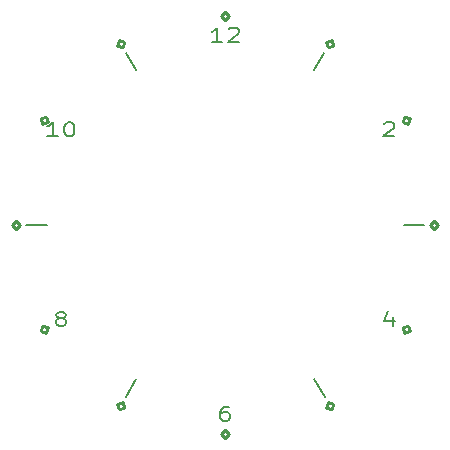
<source format=gbr>
%TF.GenerationSoftware,KiCad,Pcbnew,6.0.7-1.fc35*%
%TF.CreationDate,2022-12-05T16:38:58+01:00*%
%TF.ProjectId,Ring,52696e67-2e6b-4696-9361-645f70636258,rev?*%
%TF.SameCoordinates,Original*%
%TF.FileFunction,Paste,Top*%
%TF.FilePolarity,Positive*%
%FSLAX46Y46*%
G04 Gerber Fmt 4.6, Leading zero omitted, Abs format (unit mm)*
G04 Created by KiCad (PCBNEW 6.0.7-1.fc35) date 2022-12-05 16:38:58*
%MOMM*%
%LPD*%
G01*
G04 APERTURE LIST*
%ADD10C,0.250000*%
%ADD11C,0.200000*%
G04 APERTURE END LIST*
D10*
X142580788Y-79615011D02*
X142451339Y-80070799D01*
X142125000Y-110714438D02*
X142009212Y-110254989D01*
X135525562Y-86085000D02*
X135985011Y-85969212D01*
X151470000Y-77410000D02*
X151130000Y-77740000D01*
X133450000Y-94770000D02*
X133780000Y-95110000D01*
X169170000Y-95100000D02*
X168840000Y-94760000D01*
X151140000Y-113130000D02*
X151480000Y-112800000D01*
X133440000Y-95440000D02*
X133780000Y-95110000D01*
X150810000Y-112790000D02*
X151150000Y-112460000D01*
X133110000Y-95100000D02*
X133450000Y-94770000D01*
X141995551Y-79941350D02*
X142451339Y-80070799D01*
X142125000Y-79485562D02*
X141995551Y-79941350D01*
X142584449Y-110598650D02*
X142468661Y-110139201D01*
X133110000Y-95100000D02*
X133440000Y-95440000D01*
X166754438Y-86085000D02*
X166624989Y-86540788D01*
X142009212Y-110254989D02*
X142468661Y-110139201D01*
X160155000Y-79485562D02*
X159695551Y-79601350D01*
X166754438Y-104115000D02*
X166294989Y-104230788D01*
X160155000Y-79485562D02*
X160270788Y-79945011D01*
X159699212Y-110584989D02*
X159828661Y-110129201D01*
X135655011Y-103659212D02*
X136110799Y-103788661D01*
X160155000Y-110714438D02*
X159699212Y-110584989D01*
X166624989Y-86540788D02*
X166169201Y-86411339D01*
X166754438Y-86085000D02*
X166298650Y-85955551D01*
X166754438Y-104115000D02*
X166638650Y-103655551D01*
X151480000Y-112800000D02*
X151150000Y-112460000D01*
X168830000Y-95430000D02*
X168500000Y-95090000D01*
X151140000Y-77070000D02*
X150800000Y-77400000D01*
X142125000Y-79485562D02*
X142580788Y-79615011D01*
X159695551Y-79601350D02*
X159811339Y-80060799D01*
X135641350Y-86544449D02*
X136100799Y-86428661D01*
X151140000Y-77070000D02*
X151470000Y-77410000D01*
X160155000Y-110714438D02*
X160284449Y-110258650D01*
X169170000Y-95100000D02*
X168830000Y-95430000D01*
X166638650Y-103655551D02*
X166179201Y-103771339D01*
X135525562Y-104115000D02*
X135655011Y-103659212D01*
X150800000Y-77400000D02*
X151130000Y-77740000D01*
X135981350Y-104244449D02*
X136110799Y-103788661D01*
X160284449Y-110258650D02*
X159828661Y-110129201D01*
X135525562Y-104115000D02*
X135981350Y-104244449D01*
X166298650Y-85955551D02*
X166169201Y-86411339D01*
X135985011Y-85969212D02*
X136100799Y-86428661D01*
X142125000Y-110714438D02*
X142584449Y-110598650D01*
X166294989Y-104230788D02*
X166179201Y-103771339D01*
X168840000Y-94760000D02*
X168500000Y-95090000D01*
X160270788Y-79945011D02*
X159811339Y-80060799D01*
X135525562Y-86085000D02*
X135641350Y-86544449D01*
X151140000Y-113130000D02*
X150810000Y-112790000D01*
D11*
X137097526Y-102982505D02*
X136954669Y-102925363D01*
X136883241Y-102868220D01*
X136811812Y-102753934D01*
X136811812Y-102696791D01*
X136883241Y-102582505D01*
X136954669Y-102525363D01*
X137097526Y-102468220D01*
X137383241Y-102468220D01*
X137526098Y-102525363D01*
X137597526Y-102582505D01*
X137668955Y-102696791D01*
X137668955Y-102753934D01*
X137597526Y-102868220D01*
X137526098Y-102925363D01*
X137383241Y-102982505D01*
X137097526Y-102982505D01*
X136954669Y-103039648D01*
X136883241Y-103096791D01*
X136811812Y-103211077D01*
X136811812Y-103439648D01*
X136883241Y-103553934D01*
X136954669Y-103611077D01*
X137097526Y-103668220D01*
X137383241Y-103668220D01*
X137526098Y-103611077D01*
X137597526Y-103553934D01*
X137668955Y-103439648D01*
X137668955Y-103211077D01*
X137597526Y-103096791D01*
X137526098Y-103039648D01*
X137383241Y-102982505D01*
X166247244Y-95099640D02*
X167961530Y-95099640D01*
X164611044Y-86531779D02*
X164682473Y-86474637D01*
X164825330Y-86417494D01*
X165182473Y-86417494D01*
X165325330Y-86474637D01*
X165396758Y-86531779D01*
X165468187Y-86646065D01*
X165468187Y-86760351D01*
X165396758Y-86931779D01*
X164539616Y-87617494D01*
X165468187Y-87617494D01*
X158693310Y-82016562D02*
X159550453Y-80531947D01*
X136954309Y-87618118D02*
X136097166Y-87618118D01*
X136525738Y-87618118D02*
X136525738Y-86418118D01*
X136382881Y-86589546D01*
X136240024Y-86703832D01*
X136097166Y-86760975D01*
X137882881Y-86418118D02*
X138025738Y-86418118D01*
X138168595Y-86475261D01*
X138240024Y-86532403D01*
X138311452Y-86646689D01*
X138382881Y-86875261D01*
X138382881Y-87160975D01*
X138311452Y-87389546D01*
X138240024Y-87503832D01*
X138168595Y-87560975D01*
X138025738Y-87618118D01*
X137882881Y-87618118D01*
X137740024Y-87560975D01*
X137668595Y-87503832D01*
X137597166Y-87389546D01*
X137525738Y-87160975D01*
X137525738Y-86875261D01*
X137597166Y-86646689D01*
X137668595Y-86532403D01*
X137740024Y-86475261D01*
X137882881Y-86418118D01*
X136032755Y-95100360D02*
X134318469Y-95100360D01*
X150853925Y-79592755D02*
X149996782Y-79592755D01*
X150425354Y-79592755D02*
X150425354Y-78392755D01*
X150282497Y-78564183D01*
X150139640Y-78678469D01*
X149996782Y-78735612D01*
X151425354Y-78507040D02*
X151496782Y-78449898D01*
X151639640Y-78392755D01*
X151996782Y-78392755D01*
X152139640Y-78449898D01*
X152211068Y-78507040D01*
X152282497Y-78621326D01*
X152282497Y-78735612D01*
X152211068Y-78907040D01*
X151353925Y-79592755D01*
X152282497Y-79592755D01*
X143586065Y-82016922D02*
X142728922Y-80532307D01*
X165325690Y-102867596D02*
X165325690Y-103667596D01*
X164968547Y-102410453D02*
X164611404Y-103267596D01*
X165539976Y-103267596D01*
X143586689Y-108183437D02*
X142729546Y-109668052D01*
X151426074Y-110492959D02*
X151140360Y-110492959D01*
X150997502Y-110550102D01*
X150926074Y-110607244D01*
X150783217Y-110778673D01*
X150711788Y-111007244D01*
X150711788Y-111464387D01*
X150783217Y-111578673D01*
X150854645Y-111635816D01*
X150997502Y-111692959D01*
X151283217Y-111692959D01*
X151426074Y-111635816D01*
X151497502Y-111578673D01*
X151568931Y-111464387D01*
X151568931Y-111178673D01*
X151497502Y-111064387D01*
X151426074Y-111007244D01*
X151283217Y-110950102D01*
X150997502Y-110950102D01*
X150854645Y-111007244D01*
X150783217Y-111064387D01*
X150711788Y-111178673D01*
X158693934Y-108183077D02*
X159551077Y-109667692D01*
M02*

</source>
